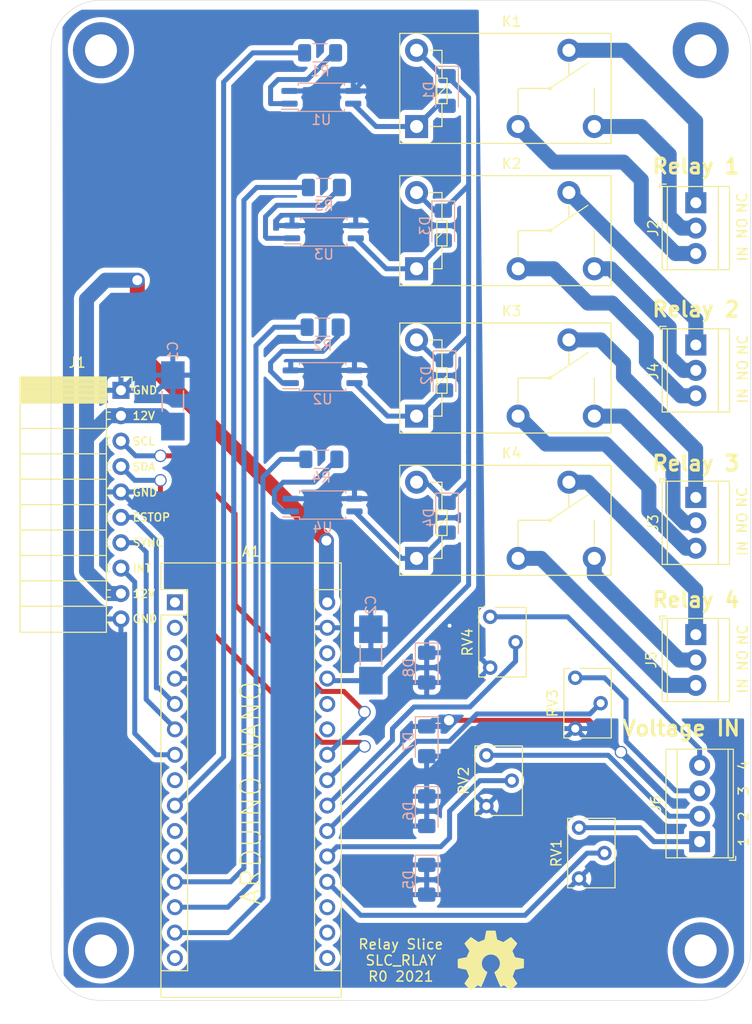
<source format=kicad_pcb>
(kicad_pcb (version 20211014) (generator pcbnew)
  (layers (0 "F.Cu" signal) (31 "B.Cu" signal) (34 "B.Paste" user) (35 "F.Paste" user) (36 "B.SilkS" user "B.Silkscreen") (37 "F.SilkS" user "F.Silkscreen") (38 "B.Mask" user) (39 "F.Mask" user) (44 "Edge.Cuts" user))
  (net 0 "")
  (net 3 "GND")
  (net 5 "+5V")
  (net 10 "/I2C_CLK")
  (net 12 "/I2C_DAT")
  (net 13 "/SYNC")
  (net 14 "/E_STOP")
  (net 20 "+12V")
  (net 21 "/INT")
  (net 22 "/A_IN1")
  (net 23 "/A_IN2")
  (net 24 "/A_IN3")
  (net 25 "/A_IN4")
  (net 26 "/SW1")
  (net 27 "/SW2")
  (net 28 "/SW3")
  (net 29 "/SW4")
  (net 30 "Net-(D1-Pad2)")
  (net 31 "Net-(D2-Pad2)")
  (net 32 "Net-(D3-Pad2)")
  (net 33 "Net-(D4-Pad2)")
  (net 34 "Net-(J2-Pad2)")
  (net 35 "Net-(J2-Pad1)")
  (net 36 "Net-(J3-Pad2)")
  (net 37 "Net-(J3-Pad1)")
  (net 38 "Net-(J4-Pad2)")
  (net 39 "Net-(J4-Pad1)")
  (net 40 "/F_4")
  (net 41 "/F_3")
  (net 42 "/F_2")
  (net 43 "/F_1")
  (net 44 "Net-(R1-Pad2)")
  (net 45 "Net-(R3-Pad2)")
  (net 46 "Net-(J2-Pad3)")
  (net 47 "Net-(J3-Pad3)")
  (net 48 "Net-(J4-Pad3)")
  (net 49 "Net-(J5-Pad3)")
  (net 50 "Net-(J5-Pad2)")
  (net 51 "Net-(J5-Pad1)")
  (net 52 "Net-(R2-Pad2)")
  (net 53 "Net-(R4-Pad2)")
  (footprint "MountingHole:MountingHole_3.2mm_M3_DIN965_Pad" (layer "F.Cu") (at 127.6 44.8)
    (fp_text reference "H1" hide)
    (fp_text value "MountingHole")
    (pad "1" thru_hole circle locked (at 0 0) (size 5.6 5.6) (drill 3.2) (layers *.Cu *.Mask))
  )
  (footprint "MountingHole:MountingHole_3.2mm_M3_DIN965_Pad" (layer "F.Cu") (at 187.6 44.8)
    (fp_text reference "H2" hide)
    (fp_text value "MountingHole")
    (pad "1" thru_hole circle locked (at 0 0) (size 5.6 5.6) (drill 3.2) (layers *.Cu *.Mask))
  )
  (footprint "MountingHole:MountingHole_3.2mm_M3_DIN965_Pad" (layer "F.Cu") (at 127.6 134.8)
    (fp_text reference "H3" hide)
    (fp_text value "MountingHole")
    (pad "1" thru_hole circle locked (at 0 0) (size 5.6 5.6) (drill 3.2) (layers *.Cu *.Mask))
  )
  (footprint "MountingHole:MountingHole_3.2mm_M3_DIN965_Pad" (layer "F.Cu") (at 187.6 134.8)
    (fp_text reference "H4" hide)
    (fp_text value "MountingHole")
    (pad "1" thru_hole circle locked (at 0 0) (size 5.6 5.6) (drill 3.2) (layers *.Cu *.Mask))
  )
  (footprint "Module:Arduino_Nano" (layer "F.Cu") (at 135 100)
    (fp_text reference "A1" (at 7.62 -5.08) (layer "F.SilkS"))
    (fp_text value "Arduino_Nano_v3.x")
    (pad "1" thru_hole rect locked (at 0 0) (size 1.6 1.6) (drill 1) (layers *.Cu *.Mask))
    (pad "2" thru_hole oval locked (at 0 2.54) (size 1.6 1.6) (drill 1) (layers *.Cu *.Mask))
    (pad "3" thru_hole oval locked (at 0 5.08) (size 1.6 1.6) (drill 1) (layers *.Cu *.Mask))
    (pad "4" thru_hole oval locked (at 0 7.62) (size 1.6 1.6) (drill 1) (layers *.Cu *.Mask) (net 3 "GND"))
    (pad "5" thru_hole oval locked (at 0 10.16) (size 1.6 1.6) (drill 1) (layers *.Cu *.Mask) (net 14 "/E_STOP"))
    (pad "6" thru_hole oval locked (at 0 12.7) (size 1.6 1.6) (drill 1) (layers *.Cu *.Mask) (net 21 "/INT"))
    (pad "7" thru_hole oval locked (at 0 15.24) (size 1.6 1.6) (drill 1) (layers *.Cu *.Mask) (net 13 "/SYNC"))
    (pad "8" thru_hole oval locked (at 0 17.78) (size 1.6 1.6) (drill 1) (layers *.Cu *.Mask))
    (pad "9" thru_hole oval locked (at 0 20.32) (size 1.6 1.6) (drill 1) (layers *.Cu *.Mask) (net 26 "/SW1"))
    (pad "10" thru_hole oval locked (at 0 22.86) (size 1.6 1.6) (drill 1) (layers *.Cu *.Mask))
    (pad "11" thru_hole oval locked (at 0 25.4) (size 1.6 1.6) (drill 1) (layers *.Cu *.Mask))
    (pad "12" thru_hole oval locked (at 0 27.94) (size 1.6 1.6) (drill 1) (layers *.Cu *.Mask) (net 27 "/SW2"))
    (pad "13" thru_hole oval locked (at 0 30.48) (size 1.6 1.6) (drill 1) (layers *.Cu *.Mask) (net 28 "/SW3"))
    (pad "14" thru_hole oval locked (at 0 33.02) (size 1.6 1.6) (drill 1) (layers *.Cu *.Mask) (net 29 "/SW4"))
    (pad "15" thru_hole oval locked (at 0 35.56) (size 1.6 1.6) (drill 1) (layers *.Cu *.Mask))
    (pad "16" thru_hole oval locked (at 15.24 35.56) (size 1.6 1.6) (drill 1) (layers *.Cu *.Mask))
    (pad "17" thru_hole oval locked (at 15.24 33.02) (size 1.6 1.6) (drill 1) (layers *.Cu *.Mask))
    (pad "18" thru_hole oval locked (at 15.24 30.48) (size 1.6 1.6) (drill 1) (layers *.Cu *.Mask))
    (pad "19" thru_hole oval locked (at 15.24 27.94) (size 1.6 1.6) (drill 1) (layers *.Cu *.Mask) (net 22 "/A_IN1"))
    (pad "20" thru_hole oval locked (at 15.24 25.4) (size 1.6 1.6) (drill 1) (layers *.Cu *.Mask) (net 23 "/A_IN2"))
    (pad "21" thru_hole oval locked (at 15.24 22.86) (size 1.6 1.6) (drill 1) (layers *.Cu *.Mask) (net 24 "/A_IN3"))
    (pad "22" thru_hole oval locked (at 15.24 20.32) (size 1.6 1.6) (drill 1) (layers *.Cu *.Mask) (net 25 "/A_IN4"))
    (pad "23" thru_hole oval locked (at 15.24 17.78) (size 1.6 1.6) (drill 1) (layers *.Cu *.Mask) (net 12 "/I2C_DAT"))
    (pad "24" thru_hole oval locked (at 15.24 15.24) (size 1.6 1.6) (drill 1) (layers *.Cu *.Mask) (net 10 "/I2C_CLK"))
    (pad "25" thru_hole oval locked (at 15.24 12.7) (size 1.6 1.6) (drill 1) (layers *.Cu *.Mask))
    (pad "26" thru_hole oval locked (at 15.24 10.16) (size 1.6 1.6) (drill 1) (layers *.Cu *.Mask))
    (pad "27" thru_hole oval locked (at 15.24 7.62) (size 1.6 1.6) (drill 1) (layers *.Cu *.Mask) (net 5 "+5V"))
    (pad "28" thru_hole oval locked (at 15.24 5.08) (size 1.6 1.6) (drill 1) (layers *.Cu *.Mask))
    (pad "29" thru_hole oval locked (at 15.24 2.54) (size 1.6 1.6) (drill 1) (layers *.Cu *.Mask) (net 3 "GND"))
    (pad "30" thru_hole oval locked (at 15.24 0) (size 1.6 1.6) (drill 1) (layers *.Cu *.Mask) (net 20 "+12V"))
  )
  (footprint "Connector_PinSocket_2.54mm:PinSocket_1x10_P2.54mm_Horizontal" (layer "F.Cu") (at 129.6 78.8)
    (fp_text reference "J1" (at -4.38 -2.77) (layer "F.SilkS"))
    (fp_text value "Conn_01x10_Female")
    (pad "1" thru_hole rect locked (at 0 0) (size 1.7 1.7) (drill 1) (layers *.Cu *.Mask) (net 3 "GND"))
    (pad "2" thru_hole oval locked (at 0 2.54) (size 1.7 1.7) (drill 1) (layers *.Cu *.Mask) (net 20 "+12V"))
    (pad "3" thru_hole oval locked (at 0 5.08) (size 1.7 1.7) (drill 1) (layers *.Cu *.Mask) (net 10 "/I2C_CLK"))
    (pad "4" thru_hole oval locked (at 0 7.62) (size 1.7 1.7) (drill 1) (layers *.Cu *.Mask) (net 12 "/I2C_DAT"))
    (pad "5" thru_hole oval locked (at 0 10.16) (size 1.7 1.7) (drill 1) (layers *.Cu *.Mask) (net 3 "GND"))
    (pad "6" thru_hole oval locked (at 0 12.7) (size 1.7 1.7) (drill 1) (layers *.Cu *.Mask) (net 14 "/E_STOP"))
    (pad "7" thru_hole oval locked (at 0 15.24) (size 1.7 1.7) (drill 1) (layers *.Cu *.Mask) (net 21 "/INT"))
    (pad "8" thru_hole oval locked (at 0 17.78) (size 1.7 1.7) (drill 1) (layers *.Cu *.Mask) (net 13 "/SYNC"))
    (pad "9" thru_hole oval locked (at 0 20.32) (size 1.7 1.7) (drill 1) (layers *.Cu *.Mask) (net 20 "+12V"))
    (pad "10" thru_hole oval locked (at 0 22.86) (size 1.7 1.7) (drill 1) (layers *.Cu *.Mask) (net 3 "GND"))
  )
  (footprint "Symbol:OSHW-Symbol_6.7x6mm_SilkScreen" (layer "F.Cu") (at 166.6 135.8)
    (fp_text reference "Logo1" hide)
    (fp_text value "Logo_Open_Hardware_Small" hide)
  )
  (footprint "TerminalBlock_TE-Connectivity:TerminalBlock_TE_282834-3_1x03_P2.54mm_Horizontal" (layer "F.Cu") (at 187.116 60.044 -90)
    (fp_text reference "J2" (at 2.54 4.274 90) (layer "F.SilkS"))
    (fp_text value "Screw_Terminal_01x03")
    (pad "1" thru_hole rect locked (at 0 0 270) (size 2.1 2.1) (drill 1.1) (layers *.Cu *.Mask) (net 35 "Net-(J2-Pad1)"))
    (pad "2" thru_hole circle locked (at 2.54 0 270) (size 2.1 2.1) (drill 1.1) (layers *.Cu *.Mask) (net 34 "Net-(J2-Pad2)"))
    (pad "3" thru_hole circle locked (at 5.08 0 270) (size 2.1 2.1) (drill 1.1) (layers *.Cu *.Mask) (net 46 "Net-(J2-Pad3)"))
  )
  (footprint "TerminalBlock_TE-Connectivity:TerminalBlock_TE_282834-3_1x03_P2.54mm_Horizontal" (layer "F.Cu") (at 187.116 89.508 -90)
    (fp_text reference "J3" (at 2.54 4.266 90) (layer "F.SilkS"))
    (fp_text value "Screw_Terminal_01x03")
    (pad "1" thru_hole rect locked (at 0 0 270) (size 2.1 2.1) (drill 1.1) (layers *.Cu *.Mask) (net 37 "Net-(J3-Pad1)"))
    (pad "2" thru_hole circle locked (at 2.54 0 270) (size 2.1 2.1) (drill 1.1) (layers *.Cu *.Mask) (net 36 "Net-(J3-Pad2)"))
    (pad "3" thru_hole circle locked (at 5.08 0 270) (size 2.1 2.1) (drill 1.1) (layers *.Cu *.Mask) (net 47 "Net-(J3-Pad3)"))
  )
  (footprint "TerminalBlock_TE-Connectivity:TerminalBlock_TE_282834-3_1x03_P2.54mm_Horizontal" (layer "F.Cu") (at 187.116 74.268 -90)
    (fp_text reference "J4" (at 2.632 4.266 90) (layer "F.SilkS"))
    (fp_text value "Screw_Terminal_01x03")
    (pad "1" thru_hole rect locked (at 0 0 270) (size 2.1 2.1) (drill 1.1) (layers *.Cu *.Mask) (net 39 "Net-(J4-Pad1)"))
    (pad "2" thru_hole circle locked (at 2.54 0 270) (size 2.1 2.1) (drill 1.1) (layers *.Cu *.Mask) (net 38 "Net-(J4-Pad2)"))
    (pad "3" thru_hole circle locked (at 5.08 0 270) (size 2.1 2.1) (drill 1.1) (layers *.Cu *.Mask) (net 48 "Net-(J4-Pad3)"))
  )
  (footprint "TerminalBlock_TE-Connectivity:TerminalBlock_TE_282834-3_1x03_P2.54mm_Horizontal" (layer "F.Cu") (at 187.116 103.224 -90)
    (fp_text reference "J5" (at 2.526 4.466 90) (layer "F.SilkS"))
    (fp_text value "Screw_Terminal_01x03")
    (pad "1" thru_hole rect locked (at 0 0 270) (size 2.1 2.1) (drill 1.1) (layers *.Cu *.Mask) (net 51 "Net-(J5-Pad1)"))
    (pad "2" thru_hole circle locked (at 2.54 0 270) (size 2.1 2.1) (drill 1.1) (layers *.Cu *.Mask) (net 50 "Net-(J5-Pad2)"))
    (pad "3" thru_hole circle locked (at 5.08 0 270) (size 2.1 2.1) (drill 1.1) (layers *.Cu *.Mask) (net 49 "Net-(J5-Pad3)"))
  )
  (footprint "TerminalBlock_TE-Connectivity:TerminalBlock_TE_282834-4_1x04_P2.54mm_Horizontal" (layer "F.Cu") (at 187.497 123.925 90)
    (fp_text reference "J6" (at 3.81 -4.37 90) (layer "F.SilkS"))
    (fp_text value "Screw_Terminal_01x04")
    (pad "1" thru_hole rect locked (at 0 0 90) (size 2.1 2.1) (drill 1.1) (layers *.Cu *.Mask) (net 43 "/F_1"))
    (pad "2" thru_hole circle locked (at 2.54 0 90) (size 2.1 2.1) (drill 1.1) (layers *.Cu *.Mask) (net 42 "/F_2"))
    (pad "3" thru_hole circle locked (at 5.08 0 90) (size 2.1 2.1) (drill 1.1) (layers *.Cu *.Mask) (net 41 "/F_3"))
    (pad "4" thru_hole circle locked (at 7.62 0 90) (size 2.1 2.1) (drill 1.1) (layers *.Cu *.Mask) (net 40 "/F_4"))
  )
  (footprint "Relay_THT:Relay_SPDT_Omron-G5Q-1" (layer "F.Cu") (at 159.176 52.424)
    (fp_text reference "K1" (at 9.5 -10.5 180) (layer "F.SilkS"))
    (fp_text value "G5Q-1")
    (pad "1" thru_hole rect locked (at 0 0 180) (size 2.3 2.3) (drill 1.3) (layers *.Cu *.Mask) (net 30 "Net-(D1-Pad2)"))
    (pad "2" thru_hole circle locked (at 10.16 0 180) (size 2.3 2.3) (drill 1.3) (layers *.Cu *.Mask) (net 46 "Net-(J2-Pad3)"))
    (pad "3" thru_hole circle locked (at 17.78 0 180) (size 2.3 2.3) (drill 1.3) (layers *.Cu *.Mask) (net 34 "Net-(J2-Pad2)"))
    (pad "4" thru_hole circle locked (at 15.24 -7.62 180) (size 2.3 2.3) (drill 1.3) (layers *.Cu *.Mask) (net 35 "Net-(J2-Pad1)"))
    (pad "5" thru_hole circle locked (at 0 -7.62 180) (size 2.3 2.3) (drill 1.3) (layers *.Cu *.Mask) (net 5 "+5V"))
  )
  (footprint "Relay_THT:Relay_SPDT_Omron-G5Q-1" (layer "F.Cu") (at 159.176 66.648)
    (fp_text reference "K2" (at 9.5 -10.5 180) (layer "F.SilkS"))
    (fp_text value "G5Q-1")
    (pad "1" thru_hole rect locked (at 0 0 180) (size 2.3 2.3) (drill 1.3) (layers *.Cu *.Mask) (net 32 "Net-(D3-Pad2)"))
    (pad "2" thru_hole circle locked (at 10.16 0 180) (size 2.3 2.3) (drill 1.3) (layers *.Cu *.Mask) (net 48 "Net-(J4-Pad3)"))
    (pad "3" thru_hole circle locked (at 17.78 0 180) (size 2.3 2.3) (drill 1.3) (layers *.Cu *.Mask) (net 38 "Net-(J4-Pad2)"))
    (pad "4" thru_hole circle locked (at 15.24 -7.62 180) (size 2.3 2.3) (drill 1.3) (layers *.Cu *.Mask) (net 39 "Net-(J4-Pad1)"))
    (pad "5" thru_hole circle locked (at 0 -7.62 180) (size 2.3 2.3) (drill 1.3) (layers *.Cu *.Mask) (net 5 "+5V"))
  )
  (footprint "Relay_THT:Relay_SPDT_Omron-G5Q-1" (layer "F.Cu") (at 159.176 81.38)
    (fp_text reference "K3" (at 9.5 -10.5 180) (layer "F.SilkS"))
    (fp_text value "G5Q-1")
    (pad "1" thru_hole rect locked (at 0 0 180) (size 2.3 2.3) (drill 1.3) (layers *.Cu *.Mask) (net 31 "Net-(D2-Pad2)"))
    (pad "2" thru_hole circle locked (at 10.16 0 180) (size 2.3 2.3) (drill 1.3) (layers *.Cu *.Mask) (net 47 "Net-(J3-Pad3)"))
    (pad "3" thru_hole circle locked (at 17.78 0 180) (size 2.3 2.3) (drill 1.3) (layers *.Cu *.Mask) (net 36 "Net-(J3-Pad2)"))
    (pad "4" thru_hole circle locked (at 15.24 -7.62 180) (size 2.3 2.3) (drill 1.3) (layers *.Cu *.Mask) (net 37 "Net-(J3-Pad1)"))
    (pad "5" thru_hole circle locked (at 0 -7.62 180) (size 2.3 2.3) (drill 1.3) (layers *.Cu *.Mask) (net 5 "+5V"))
  )
  (footprint "Relay_THT:Relay_SPDT_Omron-G5Q-1" (layer "F.Cu") (at 159.176 95.604)
    (fp_text reference "K4" (at 9.5 -10.5 180) (layer "F.SilkS"))
    (fp_text value "G5Q-1")
    (pad "1" thru_hole rect locked (at 0 0 180) (size 2.3 2.3) (drill 1.3) (layers *.Cu *.Mask) (net 33 "Net-(D4-Pad2)"))
    (pad "2" thru_hole circle locked (at 10.16 0 180) (size 2.3 2.3) (drill 1.3) (layers *.Cu *.Mask) (net 49 "Net-(J5-Pad3)"))
    (pad "3" thru_hole circle locked (at 17.78 0 180) (size 2.3 2.3) (drill 1.3) (layers *.Cu *.Mask) (net 50 "Net-(J5-Pad2)"))
    (pad "4" thru_hole circle locked (at 15.24 -7.62 180) (size 2.3 2.3) (drill 1.3) (layers *.Cu *.Mask) (net 51 "Net-(J5-Pad1)"))
    (pad "5" thru_hole circle locked (at 0 -7.62 180) (size 2.3 2.3) (drill 1.3) (layers *.Cu *.Mask) (net 5 "+5V"))
  )
  (footprint "Potentiometer_THT:Potentiometer_Bourns_3266W_Vertical" (layer "F.Cu") (at 175.432 122.528 90)
    (fp_text reference "RV1" (at -2.54 -2.27 90) (layer "F.SilkS"))
    (fp_text value "10k")
    (pad "1" thru_hole circle locked (at 0 0 90) (size 1.44 1.44) (drill 0.8) (layers *.Cu *.Mask) (net 43 "/F_1"))
    (pad "2" thru_hole circle locked (at -2.54 2.54 90) (size 1.44 1.44) (drill 0.8) (layers *.Cu *.Mask) (net 22 "/A_IN1"))
    (pad "3" thru_hole circle locked (at -5.08 0 90) (size 1.44 1.44) (drill 0.8) (layers *.Cu *.Mask) (net 3 "GND"))
  )
  (footprint "Potentiometer_THT:Potentiometer_Bourns_3266W_Vertical" (layer "F.Cu") (at 166.161 115.289 90)
    (fp_text reference "RV2" (at -2.54 -2.27 90) (layer "F.SilkS"))
    (fp_text value "10k")
    (pad "1" thru_hole circle locked (at 0 0 90) (size 1.44 1.44) (drill 0.8) (layers *.Cu *.Mask) (net 42 "/F_2"))
    (pad "2" thru_hole circle locked (at -2.54 2.54 90) (size 1.44 1.44) (drill 0.8) (layers *.Cu *.Mask) (net 23 "/A_IN2"))
    (pad "3" thru_hole circle locked (at -5.08 0 90) (size 1.44 1.44) (drill 0.8) (layers *.Cu *.Mask) (net 3 "GND"))
  )
  (footprint "Potentiometer_THT:Potentiometer_Bourns_3266W_Vertical" (layer "F.Cu") (at 175.051 107.542 90)
    (fp_text reference "RV3" (at -2.54 -2.27 90) (layer "F.SilkS"))
    (fp_text value "10k")
    (pad "1" thru_hole circle locked (at 0 0 90) (size 1.44 1.44) (drill 0.8) (layers *.Cu *.Mask) (net 41 "/F_3"))
    (pad "2" thru_hole circle locked (at -2.54 2.54 90) (size 1.44 1.44) (drill 0.8) (layers *.Cu *.Mask) (net 24 "/A_IN3"))
    (pad "3" thru_hole circle locked (at -5.08 0 90) (size 1.44 1.44) (drill 0.8) (layers *.Cu *.Mask) (net 3 "GND"))
  )
  (footprint "Potentiometer_THT:Potentiometer_Bourns_3266W_Vertical" (layer "F.Cu") (at 166.542 101.446 90)
    (fp_text reference "RV4" (at -2.54 -2.27 90) (layer "F.SilkS"))
    (fp_text value "10k")
    (pad "1" thru_hole circle locked (at 0 0 90) (size 1.44 1.44) (drill 0.8) (layers *.Cu *.Mask) (net 40 "/F_4"))
    (pad "2" thru_hole circle locked (at -2.54 2.54 90) (size 1.44 1.44) (drill 0.8) (layers *.Cu *.Mask) (net 25 "/A_IN4"))
    (pad "3" thru_hole circle locked (at -5.08 0 90) (size 1.44 1.44) (drill 0.8) (layers *.Cu *.Mask) (net 3 "GND"))
  )
  (footprint "OCI_UPL_FOOTPRINTS:C_2312" (layer "B.Cu") (at 154.604 105.256 90)
    (fp_text reference "C2" (at 5 0 270) (layer "B.SilkS") (effects (justify mirror)))
    (fp_text value "10uF_t")
    (pad "1" smd rect locked (at -2.57 0 90) (size 2.77 2.35) (layers "B.Cu" "B.Paste" "B.Mask") (net 5 "+5V"))
    (pad "2" smd rect locked (at 2.57 0 90) (size 2.77 2.35) (layers "B.Cu" "B.Paste" "B.Mask") (net 3 "GND"))
  )
  (footprint "OCI_UPL_FOOTPRINTS:C_2312" (layer "B.Cu") (at 134.792 79.856 90)
    (fp_text reference "C1" (at 5 0 270) (layer "B.SilkS") (effects (justify mirror)))
    (fp_text value "10uF_t")
    (pad "1" smd rect locked (at -2.57 0 90) (size 2.77 2.35) (layers "B.Cu" "B.Paste" "B.Mask") (net 20 "+12V"))
    (pad "2" smd rect locked (at 2.57 0 90) (size 2.77 2.35) (layers "B.Cu" "B.Paste" "B.Mask") (net 3 "GND"))
  )
  (footprint "Diode_SMD:D_1206_3216Metric_Pad1.42x1.75mm_HandSolder" (layer "B.Cu") (at 162.224 48.868 -90)
    (fp_text reference "D1" (at 0 1.82 -90) (layer "B.SilkS") (effects (justify mirror)))
    (fp_text value "D")
    (pad "1" smd roundrect locked (at -1.4875 0 270) (size 1.425 1.75) (layers "B.Cu" "B.Paste" "B.Mask") (roundrect_rratio 0.1754385965) (net 5 "+5V"))
    (pad "2" smd roundrect locked (at 1.4875 0 270) (size 1.425 1.75) (layers "B.Cu" "B.Paste" "B.Mask") (roundrect_rratio 0.1754385965) (net 30 "Net-(D1-Pad2)"))
  )
  (footprint "Diode_SMD:D_1206_3216Metric_Pad1.42x1.75mm_HandSolder" (layer "B.Cu") (at 161.97 77.316 -90)
    (fp_text reference "D2" (at 0 1.82 -90) (layer "B.SilkS") (effects (justify mirror)))
    (fp_text value "D")
    (pad "1" smd roundrect locked (at -1.4875 0 270) (size 1.425 1.75) (layers "B.Cu" "B.Paste" "B.Mask") (roundrect_rratio 0.1754385965) (net 5 "+5V"))
    (pad "2" smd roundrect locked (at 1.4875 0 270) (size 1.425 1.75) (layers "B.Cu" "B.Paste" "B.Mask") (roundrect_rratio 0.1754385965) (net 31 "Net-(D2-Pad2)"))
  )
  (footprint "Diode_SMD:D_1206_3216Metric_Pad1.42x1.75mm_HandSolder" (layer "B.Cu") (at 161.843 62.33 -90)
    (fp_text reference "D3" (at 0 1.82 -90) (layer "B.SilkS") (effects (justify mirror)))
    (fp_text value "D")
    (pad "1" smd roundrect locked (at -1.4875 0 270) (size 1.425 1.75) (layers "B.Cu" "B.Paste" "B.Mask") (roundrect_rratio 0.1754385965) (net 5 "+5V"))
    (pad "2" smd roundrect locked (at 1.4875 0 270) (size 1.425 1.75) (layers "B.Cu" "B.Paste" "B.Mask") (roundrect_rratio 0.1754385965) (net 32 "Net-(D3-Pad2)"))
  )
  (footprint "Diode_SMD:D_1206_3216Metric_Pad1.42x1.75mm_HandSolder" (layer "B.Cu") (at 162.224 91.54 -90)
    (fp_text reference "D4" (at 0 1.82 -90) (layer "B.SilkS") (effects (justify mirror)))
    (fp_text value "D")
    (pad "1" smd roundrect locked (at -1.4875 0 270) (size 1.425 1.75) (layers "B.Cu" "B.Paste" "B.Mask") (roundrect_rratio 0.1754385965) (net 5 "+5V"))
    (pad "2" smd roundrect locked (at 1.4875 0 270) (size 1.425 1.75) (layers "B.Cu" "B.Paste" "B.Mask") (roundrect_rratio 0.1754385965) (net 33 "Net-(D4-Pad2)"))
  )
  (footprint "Diode_SMD:D_1206_3216Metric_Pad1.42x1.75mm_HandSolder" (layer "B.Cu") (at 160.192 127.735 -90)
    (fp_text reference "D5" (at 0 1.82 90) (layer "B.SilkS") (effects (justify mirror)))
    (fp_text value "D_Zener")
    (pad "1" smd roundrect locked (at -1.4875 0 270) (size 1.425 1.75) (layers "B.Cu" "B.Paste" "B.Mask") (roundrect_rratio 0.1754385965) (net 3 "GND"))
    (pad "2" smd roundrect locked (at 1.4875 0 270) (size 1.425 1.75) (layers "B.Cu" "B.Paste" "B.Mask") (roundrect_rratio 0.1754385965) (net 3 "GND"))
  )
  (footprint "Diode_SMD:D_1206_3216Metric_Pad1.42x1.75mm_HandSolder" (layer "B.Cu") (at 160.192 120.877 -90)
    (fp_text reference "D6" (at 0 1.82 90) (layer "B.SilkS") (effects (justify mirror)))
    (fp_text value "D_Zener")
    (pad "1" smd roundrect locked (at -1.4875 0 270) (size 1.425 1.75) (layers "B.Cu" "B.Paste" "B.Mask") (roundrect_rratio 0.1754385965) (net 3 "GND"))
    (pad "2" smd roundrect locked (at 1.4875 0 270) (size 1.425 1.75) (layers "B.Cu" "B.Paste" "B.Mask") (roundrect_rratio 0.1754385965) (net 3 "GND"))
  )
  (footprint "Diode_SMD:D_1206_3216Metric_Pad1.42x1.75mm_HandSolder" (layer "B.Cu") (at 160.192 113.892 -90)
    (fp_text reference "D7" (at 0 1.82 90) (layer "B.SilkS") (effects (justify mirror)))
    (fp_text value "D_Zener")
    (pad "1" smd roundrect locked (at -1.4875 0 270) (size 1.425 1.75) (layers "B.Cu" "B.Paste" "B.Mask") (roundrect_rratio 0.1754385965) (net 3 "GND"))
    (pad "2" smd roundrect locked (at 1.4875 0 270) (size 1.425 1.75) (layers "B.Cu" "B.Paste" "B.Mask") (roundrect_rratio 0.1754385965) (net 3 "GND"))
  )
  (footprint "Diode_SMD:D_1206_3216Metric_Pad1.42x1.75mm_HandSolder" (layer "B.Cu") (at 160.192 106.526 -90)
    (fp_text reference "D8" (at 0 1.82 90) (layer "B.SilkS") (effects (justify mirror)))
    (fp_text value "D_Zener")
    (pad "1" smd roundrect locked (at -1.4875 0 270) (size 1.425 1.75) (layers "B.Cu" "B.Paste" "B.Mask") (roundrect_rratio 0.1754385965) (net 3 "GND"))
    (pad "2" smd roundrect locked (at 1.4875 0 270) (size 1.425 1.75) (layers "B.Cu" "B.Paste" "B.Mask") (roundrect_rratio 0.1754385965) (net 3 "GND"))
  )
  (footprint "Resistor_SMD:R_1206_3216Metric_Pad1.30x1.75mm_HandSolder" (layer "B.Cu") (at 149.524 45.058)
    (fp_text reference "R1" (at 0 1.82 180) (layer "B.SilkS") (effects (justify mirror)))
    (fp_text value "1k")
    (pad "1" smd roundrect locked (at -1.55 0) (size 1.3 1.75) (layers "B.Cu" "B.Paste" "B.Mask") (roundrect_rratio 0.1923076923) (net 26 "/SW1"))
    (pad "2" smd roundrect locked (at 1.55 0) (size 1.3 1.75) (layers "B.Cu" "B.Paste" "B.Mask") (roundrect_rratio 0.1923076923) (net 44 "Net-(R1-Pad2)"))
  )
  (footprint "Resistor_SMD:R_1206_3216Metric_Pad1.30x1.75mm_HandSolder" (layer "B.Cu") (at 149.778 72.49)
    (fp_text reference "R2" (at 0 1.82 180) (layer "B.SilkS") (effects (justify mirror)))
    (fp_text value "1k")
    (pad "1" smd roundrect locked (at -1.55 0) (size 1.3 1.75) (layers "B.Cu" "B.Paste" "B.Mask") (roundrect_rratio 0.1923076923) (net 28 "/SW3"))
    (pad "2" smd roundrect locked (at 1.55 0) (size 1.3 1.75) (layers "B.Cu" "B.Paste" "B.Mask") (roundrect_rratio 0.1923076923) (net 52 "Net-(R2-Pad2)"))
  )
  (footprint "Resistor_SMD:R_1206_3216Metric_Pad1.30x1.75mm_HandSolder" (layer "B.Cu") (at 149.905 58.52)
    (fp_text reference "R3" (at 0 1.82 180) (layer "B.SilkS") (effects (justify mirror)))
    (fp_text value "1k")
    (pad "1" smd roundrect locked (at -1.55 0) (size 1.3 1.75) (layers "B.Cu" "B.Paste" "B.Mask") (roundrect_rratio 0.1923076923) (net 27 "/SW2"))
    (pad "2" smd roundrect locked (at 1.55 0) (size 1.3 1.75) (layers "B.Cu" "B.Paste" "B.Mask") (roundrect_rratio 0.1923076923) (net 45 "Net-(R3-Pad2)"))
  )
  (footprint "Resistor_SMD:R_1206_3216Metric_Pad1.30x1.75mm_HandSolder" (layer "B.Cu") (at 149.651 85.698)
    (fp_text reference "R4" (at 0 1.82 180) (layer "B.SilkS") (effects (justify mirror)))
    (fp_text value "1k")
    (pad "1" smd roundrect locked (at -1.55 0) (size 1.3 1.75) (layers "B.Cu" "B.Paste" "B.Mask") (roundrect_rratio 0.1923076923) (net 29 "/SW4"))
    (pad "2" smd roundrect locked (at 1.55 0) (size 1.3 1.75) (layers "B.Cu" "B.Paste" "B.Mask") (roundrect_rratio 0.1923076923) (net 53 "Net-(R4-Pad2)"))
  )
  (footprint "Package_SO:SOP-4_4.4x2.6mm_P1.27mm" (layer "B.Cu") (at 149.651 49.503)
    (fp_text reference "U1" (at 0 2.25 180) (layer "B.SilkS") (effects (justify mirror)))
    (fp_text value "TCMT1100")
    (pad "1" smd roundrect locked (at -3.1875 0.635) (size 1.625 0.6) (layers "B.Cu" "B.Paste" "B.Mask") (net 44 "Net-(R1-Pad2)"))
    (pad "2" smd roundrect locked (at -3.1875 -0.635) (size 1.625 0.6) (layers "B.Cu" "B.Paste" "B.Mask") (net 3 "GND"))
    (pad "3" smd roundrect locked (at 3.1875 -0.635) (size 1.625 0.6) (layers "B.Cu" "B.Paste" "B.Mask") (net 3 "GND"))
    (pad "4" smd roundrect locked (at 3.1875 0.635) (size 1.625 0.6) (layers "B.Cu" "B.Paste" "B.Mask") (net 30 "Net-(D1-Pad2)"))
  )
  (footprint "Package_SO:SOP-4_4.4x2.6mm_P1.27mm" (layer "B.Cu") (at 149.778 77.443)
    (fp_text reference "U2" (at 0 2.25 180) (layer "B.SilkS") (effects (justify mirror)))
    (fp_text value "TCMT1100")
    (pad "1" smd roundrect locked (at -3.1875 0.635) (size 1.625 0.6) (layers "B.Cu" "B.Paste" "B.Mask") (net 52 "Net-(R2-Pad2)"))
    (pad "2" smd roundrect locked (at -3.1875 -0.635) (size 1.625 0.6) (layers "B.Cu" "B.Paste" "B.Mask") (net 3 "GND"))
    (pad "3" smd roundrect locked (at 3.1875 -0.635) (size 1.625 0.6) (layers "B.Cu" "B.Paste" "B.Mask") (net 3 "GND"))
    (pad "4" smd roundrect locked (at 3.1875 0.635) (size 1.625 0.6) (layers "B.Cu" "B.Paste" "B.Mask") (net 31 "Net-(D2-Pad2)"))
  )
  (footprint "Package_SO:SOP-4_4.4x2.6mm_P1.27mm" (layer "B.Cu") (at 149.905 62.965)
    (fp_text reference "U3" (at 0 2.25 180) (layer "B.SilkS") (effects (justify mirror)))
    (fp_text value "TCMT1100")
    (pad "1" smd roundrect locked (at -3.1875 0.635) (size 1.625 0.6) (layers "B.Cu" "B.Paste" "B.Mask") (net 45 "Net-(R3-Pad2)"))
    (pad "2" smd roundrect locked (at -3.1875 -0.635) (size 1.625 0.6) (layers "B.Cu" "B.Paste" "B.Mask") (net 3 "GND"))
    (pad "3" smd roundrect locked (at 3.1875 -0.635) (size 1.625 0.6) (layers "B.Cu" "B.Paste" "B.Mask") (net 3 "GND"))
    (pad "4" smd roundrect locked (at 3.1875 0.635) (size 1.625 0.6) (layers "B.Cu" "B.Paste" "B.Mask") (net 32 "Net-(D3-Pad2)"))
  )
  (footprint "Package_SO:SOP-4_4.4x2.6mm_P1.27mm" (layer "B.Cu") (at 149.778 90.27)
    (fp_text reference "U4" (at 0 2.25 180) (layer "B.SilkS") (effects (justify mirror)))
    (fp_text value "TCMT1100")
    (pad "1" smd roundrect locked (at -3.1875 0.635) (size 1.625 0.6) (layers "B.Cu" "B.Paste" "B.Mask") (net 53 "Net-(R4-Pad2)"))
    (pad "2" smd roundrect locked (at -3.1875 -0.635) (size 1.625 0.6) (layers "B.Cu" "B.Paste" "B.Mask") (net 3 "GND"))
    (pad "3" smd roundrect locked (at 3.1875 -0.635) (size 1.625 0.6) (layers "B.Cu" "B.Paste" "B.Mask") (net 3 "GND"))
    (pad "4" smd roundrect locked (at 3.1875 0.635) (size 1.625 0.6) (layers "B.Cu" "B.Paste" "B.Mask") (net 33 "Net-(D4-Pad2)"))
  )
  (gr_line (start 192.6 44.8) (end 192.6 134.8) (layer "Edge.Cuts") (width 0.05))
  (gr_arc (start 192.6 134.8) (mid 191.135534 138.335534) (end 187.6 139.8) (layer "Edge.Cuts") (width 0.05))
  (gr_line (start 127.6 39.8) (end 187.6 39.8) (layer "Edge.Cuts") (width 0.05))
  (gr_line (start 122.6 134.8) (end 122.6 44.8) (layer "Edge.Cuts") (width 0.05))
  (gr_arc (start 127.6 139.8) (mid 124.064466 138.335534) (end 122.6 134.8) (layer "Edge.Cuts") (width 0.05))
  (gr_arc (start 122.6 44.8) (mid 124.064466 41.264466) (end 127.6 39.8) (layer "Edge.Cuts") (width 0.05))
  (gr_line (start 127.6 139.8) (end 187.6 139.8) (layer "Edge.Cuts") (width 0.05))
  (gr_arc (start 187.6 39.8) (mid 191.135534 41.264466) (end 192.6 44.8) (layer "Edge.Cuts") (width 0.05))
  (gr_text "NO" (at 191.8 105.8 90) (layer "F.SilkS") (effects (font (size 1 1))))
  (gr_text "ESTOP" (at 132.647619 91.5) (layer "F.SilkS") (effects (font (size 0.8 0.8))))
  (gr_text "IN" (at 191.8 94.6 90) (layer "F.SilkS") (effects (font (size 1 1))))
  (gr_text "IN" (at 191.8 65.15 90) (layer "F.SilkS") (effects (font (size 1 1))))
  (gr_text "GND" (at 132 89) (layer "F.SilkS") (effects (font (size 0.8 0.8))))
  (gr_text "GND" (at 132 78.8) (layer "F.SilkS") (effects (font (size 0.8 0.8))))
  (gr_text "NO" (at 191.8 76.8 90) (layer "F.SilkS") (effects (font (size 1 1))))
  (gr_text "Relay 3" (at 187.116 86.1) (layer "F.SilkS") (effects (font (size 1.5 1.5) (thickness 0.3))))
  (gr_text "INT" (at 131.695238 96.6) (layer "F.SilkS") (effects (font (size 0.8 0.8))))
  (gr_text "1" (at 191.9 123.925001 90) (layer "F.SilkS") (effects (font (size 1 1))))
  (gr_text "3" (at 191.9 118.845001 90) (layer "F.SilkS") (effects (font (size 1 1))))
  (gr_text "SCL" (at 131.885715 83.9) (layer "F.SilkS") (effects (font (size 0.8 0.8))))
  (gr_text "12V" (at 131.885715 99.15) (layer "F.SilkS") (effects (font (size 0.8 0.8))))
  (gr_text "Relay 1" (at 187.116 56.4) (layer "F.SilkS") (effects (font (size 1.5 1.5) (thickness 0.3))))
  (gr_text "NC" (at 191.75 60.05 90) (layer "F.SilkS") (effects (font (size 1 1))))
  (gr_text "Relay Slice\nSLC_RLAY\nR0 2021" (at 157.599999 135.8) (layer "F.SilkS") (effects (font (size 1 1))))
  (gr_text "NC" (at 191.8 103.25 90) (layer "F.SilkS") (effects (font (size 1 1))))
  (gr_text "NO" (at 191.75 92.05 90) (layer "F.SilkS") (effects (font (size 1 1))))
  (gr_text "4" (at 191.9 116.305001 90) (layer "F.SilkS") (effects (font (size 1 1))))
  (gr_text "Relay 4" (at 187.116 99.75) (layer "F.SilkS") (effects (font (size 1.5 1.5) (thickness 0.3))))
  (gr_text "ARDUINO NANO" (at 142.61 119.05 90) (layer "F.SilkS") (effects (font (size 2 2))))
  (gr_text "NC" (at 191.75 89.5 90) (layer "F.SilkS") (effects (font (size 1 1))))
  (gr_text "Relay 2" (at 187.116 70.7) (layer "F.SilkS") (effects (font (size 1.5 1.5) (thickness 0.3))))
  (gr_text "IN" (at 191.8 79.35 90) (layer "F.SilkS") (effects (font (size 1 1))))
  (gr_text "SDA" (at 131.904762 86.45) (layer "F.SilkS") (effects (font (size 0.8 0.8))))
  (gr_text "IN" (at 191.8 108.35 90) (layer "F.SilkS") (effects (font (size 1 1))))
  (gr_text "GND" (at 132 101.65) (layer "F.SilkS") (effects (font (size 0.8 0.8))))
  (gr_text "12V" (at 131.885715 81.35) (layer "F.SilkS") (effects (font (size 0.8 0.8))))
  (gr_text "SYNC" (at 132.32381 94.05) (layer "F.SilkS") (effects (font (size 0.8 0.8))))
  (gr_text "NO" (at 191.75 62.6 90) (layer "F.SilkS") (effects (font (size 1 1))))
  (gr_text "2" (at 191.9 121.385001 90) (layer "F.SilkS") (effects (font (size 1 1))))
  (gr_text "NC" (at 191.8 74.25 90) (layer "F.SilkS") (effects (font (size 1 1))))
  (gr_text "Voltage IN" (at 185.65 112.6) (layer "F.SilkS") (effects (font (size 1.5 1.5) (thickness 0.3))))
  (segment (start 176.448 111.7965) (end 162.4145 111.7965) (width 0.5) (layer "F.Cu") (net 3))
  (segment (start 179.623 114.9715) (end 176.448 111.7965) (width 0.5) (layer "F.Cu") (net 3))
  (via (at 162.4145 111.7965) (size 1.25) (drill 1) (layers "F.Cu" "B.Cu") (net 3))
  (via (at 162.478 102.335) (size 0.8) (drill 0.4) (layers "F.Cu" "B.Cu") (net 3))
  (via (at 179.623 114.9715) (size 1.25) (drill 1) (layers "F.Cu" "B.Cu") (net 3))
  (segment (start 160.192 117.167962) (end 160.192 117.448) (width 0.5) (layer "B.Cu") (net 3))
  (segment (start 138.221 78.459) (end 138.221 91.032) (width 0.5) (layer "B.Cu") (net 3))
  (segment (start 154.223 42.772) (end 155.366 43.915) (width 0.5) (layer "B.Cu") (net 3))
  (segment (start 177.2735 112.622) (end 179.623 114.9715) (width 0.5) (layer "B.Cu") (net 3))
  (segment (start 129.6 78.8) (end 133.278 78.8) (width 0.5) (layer "B.Cu") (net 3))
  (segment (start 137.048 77.286) (end 138.221 78.459) (width 0.5) (layer "B.Cu") (net 3))
  (segment (start 133.278 78.8) (end 134.792 77.286) (width 0.5) (layer "B.Cu") (net 3))
  (segment (start 135.935 72.465) (end 135.935 46.836) (width 0.5) (layer "B.Cu") (net 3))
  (segment (start 134.792 77.286) (end 137.048 77.286) (width 0.5) (layer "B.Cu") (net 3))
  (segment (start 135.935 46.836) (end 139.999 42.772) (width 0.5) (layer "B.Cu") (net 3))
  (segment (start 155.366 43.915) (end 155.366 46.3405) (width 0.5) (layer "B.Cu") (net 3))
  (segment (start 137.459 91.794) (end 132.434 91.794) (width 0.5) (layer "B.Cu") (net 3))
  (segment (start 162.4145 111.7965) (end 160.8 111.7965) (width 0.5) (layer "B.Cu") (net 3))
  (segment (start 155.366 46.3405) (end 152.8385 48.868) (width 0.5) (layer "B.Cu") (net 3))
  (segment (start 139.999 42.772) (end 154.223 42.772) (width 0.5) (layer "B.Cu") (net 3))
  (segment (start 132.434 91.794) (end 129.6 88.96) (width 0.5) (layer "B.Cu") (net 3))
  (segment (start 166.542 106.526) (end 162.478 102.462) (width 0.5) (layer "B.Cu") (net 3))
  (segment (start 162.478 102.462) (end 162.478 102.335) (width 0.5) (layer "B.Cu") (net 3))
  (segment (start 164.737962 112.622) (end 160.192 117.167962) (width 0.5) (layer "B.Cu") (net 3))
  (segment (start 138.221 91.032) (end 137.459 91.794) (width 0.5) (layer "B.Cu") (net 3))
  (segment (start 175.051 112.622) (end 164.737962 112.622) (width 0.5) (layer "B.Cu") (net 3))
  (segment (start 160.192 117.448) (end 160.192 119.3895) (width 0.5) (layer "B.Cu") (net 3))
  (segment (start 129.6 78.8) (end 135.935 72.465) (width 0.5) (layer "B.Cu") (net 3))
  (segment (start 134.792 77.286) (end 136.032 77.286) (width 0.5) (layer "B.Cu") (net 3))
  (segment (start 160.192 115.3795) (end 160.192 117.448) (width 0.5) (layer "B.Cu") (net 3))
  (segment (start 160.8 111.7965) (end 160.192 112.4045) (width 0.5) (layer "B.Cu") (net 3))
  (segment (start 175.051 112.622) (end 177.2735 112.622) (width 0.5) (layer "B.Cu") (net 3))
  (segment (start 161.7525 47.3805) (end 159.176 44.804) (width 0.5) (layer "B.Cu") (net 5))
  (segment (start 164.383 73.4155) (end 161.97 75.8285) (width 0.5) (layer "B.Cu") (net 5))
  (segment (start 164.383 87.8935) (end 162.224 90.0525) (width 0.5) (layer "B.Cu") (net 5))
  (segment (start 162.224 47.3805) (end 164.383 49.5395) (width 0.5) (layer "B.Cu") (net 5))
  (segment (start 154.828 107.826) (end 164.383 98.271) (width 0.5) (layer "B.Cu") (net 5))
  (segment (start 154.604 107.826) (end 154.828 107.826) (width 0.5) (layer "B.Cu") (net 5))
  (segment (start 150.446 107.826) (end 150.24 107.62) (width 0.5) (layer "B.Cu") (net 5))
  (segment (start 161.97 75.8285) (end 161.2445 75.8285) (width 0.5) (layer "B.Cu") (net 5))
  (segment (start 164.383 58.3025) (end 161.843 60.8425) (width 0.5) (layer "B.Cu") (net 5))
  (segment (start 161.843 60.8425) (end 160.9905 60.8425) (width 0.5) (layer "B.Cu") (net 5))
  (segment (start 162.224 47.3805) (end 161.7525 47.3805) (width 0.5) (layer "B.Cu") (net 5))
  (segment (start 160.1555 87.984) (end 162.224 90.0525) (width 0.5) (layer "B.Cu") (net 5))
  (segment (start 154.604 107.826) (end 150.446 107.826) (width 0.5) (layer "B.Cu") (net 5))
  (segment (start 164.383 84.936) (end 164.383 87.8935) (width 0.5) (layer "B.Cu") (net 5))
  (segment (start 164.383 58.3025) (end 164.383 73.4155) (width 0.5) (layer "B.Cu") (net 5))
  (segment (start 164.383 49.5395) (end 164.383 58.3025) (width 0.5) (layer "B.Cu") (net 5))
  (segment (start 164.383 98.271) (end 164.383 87.8935) (width 0.5) (layer "B.Cu") (net 5))
  (segment (start 164.383 73.4155) (end 164.383 84.936) (width 0.5) (layer "B.Cu") (net 5))
  (segment (start 161.2445 75.8285) (end 159.176 73.76) (width 0.5) (layer "B.Cu") (net 5))
  (segment (start 160.9905 60.8425) (end 159.176 59.028) (width 0.5) (layer "B.Cu") (net 5))
  (segment (start 159.176 87.984) (end 160.1555 87.984) (width 0.5) (layer "B.Cu") (net 5))
  (segment (start 151.907999 108.909999) (end 153.969 110.971) (width 0.5) (layer "F.Cu") (net 10))
  (segment (start 141.015 100.245002) (end 149.679997 108.909999) (width 0.5) (layer "F.Cu") (net 10))
  (segment (start 149.679997 108.909999) (end 151.907999 108.909999) (width 0.5) (layer "F.Cu") (net 10))
  (segment (start 135.206 85.35) (end 141.015 91.159) (width 0.5) (layer "F.Cu") (net 10))
  (segment (start 141.015 91.159) (end 141.015 100.245002) (width 0.5) (layer "F.Cu") (net 10))
  (segment (start 133.55 85.35) (end 135.206 85.35) (width 0.5) (layer "F.Cu") (net 10))
  (via (at 133.55 85.35) (size 1.25) (drill 1) (layers "F.Cu" "B.Cu") (net 10))
  (via (at 153.969 110.971) (size 1.25) (drill 1) (layers "F.Cu" "B.Cu") (net 10))
  (segment (start 150.24 115.24) (end 153.969 111.511) (width 0.5) (layer "B.Cu") (net 10))
  (segment (start 133.55 85.35) (end 131.07 85.35) (width 0.5) (layer "B.Cu") (net 10))
  (segment (start 131.07 85.35) (end 129.6 83.88) (width 0.5) (layer "B.Cu") (net 10))
  (segment (start 153.969 111.511) (end 153.969 110.971) (width 0.5) (layer "B.Cu") (net 10))
  (segment (start 133.55 87.8) (end 133.55 89.282) (width 0.5) (layer "F.Cu") (net 12))
  (segment (start 136.951 92.683) (end 136.951 101.261002) (width 0.5) (layer "F.Cu") (net 12))
  (segment (start 136.951 101.261002) (end 149.679997 113.989999) (width 0.5) (layer "F.Cu") (net 12))
  (segment (start 149.679997 113.989999) (end 153.558999 113.989999) (width 0.5) (layer "F.Cu") (net 12))
  (segment (start 153.558999 113.989999) (end 153.969 114.4) (width 0.5) (layer "F.Cu") (net 12))
  (segment (start 133.55 89.282) (end 136.951 92.683) (width 0.5) (layer "F.Cu") (net 12))
  (via (at 133.55 87.8) (size 1.25) (drill 1) (layers "F.Cu" "B.Cu") (net 12))
  (via (at 153.969 114.4) (size 1.25) (drill 1) (layers "F.Cu" "B.Cu") (net 12))
  (segment (start 153.62 114.4) (end 153.969 114.4) (width 0.5) (layer "B.Cu") (net 12))
  (segment (start 130.98 87.8) (end 129.6 86.42) (width 0.5) (layer "B.Cu") (net 12))
  (segment (start 150.24 117.78) (end 153.62 114.4) (width 0.5) (layer "B.Cu") (net 12))
  (segment (start 133.55 87.8) (end 130.98 87.8) (width 0.5) (layer "B.Cu") (net 12))
  (segment (start 129.6 96.58) (end 130.982 97.962) (width 0.5) (layer "B.Cu") (net 13))
  (segment (start 130.982 113.112) (end 133.11 115.24) (width 0.5) (layer "B.Cu") (net 13))
  (segment (start 133.11 115.24) (end 135 115.24) (width 0.5) (layer "B.Cu") (net 13))
  (segment (start 130.982 97.962) (end 130.982 113.112) (width 0.5) (layer "B.Cu") (net 13))
  (segment (start 133.141 108.558) (end 133.398 108.558) (width 0.5) (layer "B.Cu") (net 14))
  (segment (start 133.398 108.558) (end 135 110.16) (width 0.5) (layer "B.Cu") (net 14))
  (segment (start 130.815 91.5) (end 133.141 93.826) (width 0.5) (layer "B.Cu") (net 14))
  (segment (start 129.6 91.5) (end 130.815 91.5) (width 0.5) (layer "B.Cu") (net 14))
  (segment (start 133.141 93.826) (end 133.141 108.558) (width 0.5) (layer "B.Cu") (net 14))
  (segment (start 131.236 67.791) (end 131.236 74.903) (width 1.5) (layer "F.Cu") (net 20))
  (segment (start 131.236 74.903) (end 150.159 93.826) (width 1.5) (layer "F.Cu") (net 20))
  (via (at 150.159 93.826) (size 1.25) (drill 1) (layers "F.Cu" "B.Cu") (net 20))
  (via (at 131.236 67.791) (size 1.25) (drill 1) (layers "F.Cu" "B.Cu") (net 20))
  (segment (start 150.159 93.826) (end 150.159 99.919) (width 1.5) (layer "B.Cu") (net 20))
  (segment (start 128.061 67.791) (end 131.236 67.791) (width 1.5) (layer "B.Cu") (net 20))
  (segment (start 126.156 96.878081) (end 128.397919 99.12) (width 1.5) (layer "B.Cu") (net 20))
  (segment (start 128.397919 99.12) (end 129.6 99.12) (width 1.5) (layer "B.Cu") (net 20))
  (segment (start 129.6 81.34) (end 128.397919 81.34) (width 1.5) (layer "B.Cu") (net 20))
  (segment (start 129.6 81.34) (end 133.706 81.34) (width 1.5) (layer "B.Cu") (net 20))
  (segment (start 133.706 81.34) (end 134.792 82.426) (width 1.5) (layer "B.Cu") (net 20))
  (segment (start 128.397919 81.34) (end 126.156 83.581919) (width 1.5) (layer "B.Cu") (net 20))
  (segment (start 126.156 69.696) (end 128.061 67.791) (width 1.5) (layer "B.Cu") (net 20))
  (segment (start 150.159 99.919) (end 150.24 100) (width 1.5) (layer "B.Cu") (net 20))
  (segment (start 126.156 83.581919) (end 126.156 71.728) (width 1.5) (layer "B.Cu") (net 20))
  (segment (start 126.156 71.728) (end 126.156 69.696) (width 1.5) (layer "B.Cu") (net 20))
  (segment (start 126.156 83.581919) (end 126.156 96.878081) (width 1.5) (layer "B.Cu") (net 20))
  (segment (start 132.125 109.701) (end 135 112.576) (width 0.5) (layer "B.Cu") (net 21))
  (segment (start 132.125 94.969) (end 132.125 109.701) (width 0.5) (layer "B.Cu") (net 21))
  (segment (start 131.196 94.04) (end 132.125 94.969) (width 0.5) (layer "B.Cu") (net 21))
  (segment (start 135 112.576) (end 135 112.7) (width 0.5) (layer "B.Cu") (net 21))
  (segment (start 129.6 94.04) (end 131.196 94.04) (width 0.5) (layer "B.Cu") (net 21))
  (segment (start 177.972 125.068) (end 176.240398 125.068) (width 0.5) (layer "B.Cu") (net 22))
  (segment (start 170.017398 131.291) (end 153.591 131.291) (width 0.5) (layer "B.Cu") (net 22))
  (segment (start 176.240398 125.068) (end 170.017398 131.291) (width 0.5) (layer "B.Cu") (net 22))
  (segment (start 153.591 131.291) (end 150.24 127.94) (width 0.5) (layer "B.Cu") (net 22))
  (segment (start 168.701 117.829) (end 165.526 117.829) (width 0.5) (layer "B.Cu") (net 23))
  (segment (start 161.589 124.433) (end 151.207 124.433) (width 0.5) (layer "B.Cu") (net 23))
  (segment (start 162.478 120.877) (end 162.478 123.544) (width 0.5) (layer "B.Cu") (net 23))
  (segment (start 151.207 124.433) (end 150.24 125.4) (width 0.5) (layer "B.Cu") (net 23))
  (segment (start 165.526 117.829) (end 162.478 120.877) (width 0.5) (layer "B.Cu") (net 23))
  (segment (start 162.478 123.544) (end 161.589 124.433) (width 0.5) (layer "B.Cu") (net 23))
  (segment (start 159.208 113.892) (end 150.24 122.86) (width 0.5) (layer "B.Cu") (net 24))
  (segment (start 162.478 113.892) (end 159.208 113.892) (width 0.5) (layer "B.Cu") (net 24))
  (segment (start 176.509992 111.163008) (end 165.206992 111.163008) (width 0.5) (layer "B.Cu") (net 24))
  (segment (start 165.206992 111.163008) (end 162.478 113.892) (width 0.5) (layer "B.Cu") (net 24))
  (segment (start 177.591 110.082) (end 176.509992 111.163008) (width 0.5) (layer "B.Cu") (net 24))
  (segment (start 156.763 112.622) (end 156.763 113.797) (width 0.5) (layer "B.Cu") (net 25))
  (segment (start 158.922 110.463) (end 156.763 112.622) (width 0.5) (layer "B.Cu") (net 25))
  (segment (start 169.082 105.891) (end 164.51 110.463) (width 0.5) (layer "B.Cu") (net 25))
  (segment (start 164.51 110.463) (end 158.922 110.463) (width 0.5) (layer "B.Cu") (net 25))
  (segment (start 169.082 103.986) (end 169.082 105.891) (width 0.5) (layer "B.Cu") (net 25))
  (segment (start 156.763 113.797) (end 150.24 120.32) (width 0.5) (layer "B.Cu") (net 25))
  (segment (start 135 120.32) (end 139.872 115.448) (width 0.5) (layer "B.Cu") (net 26))
  (segment (start 142.793 45.058) (end 147.974 45.058) (width 0.5) (layer "B.Cu") (net 26))
  (segment (start 139.872 47.979) (end 142.793 45.058) (width 0.5) (layer "B.Cu") (net 26))
  (segment (start 139.872 115.448) (end 139.872 47.979) (width 0.5) (layer "B.Cu") (net 26))
  (segment (start 140.556 127.94) (end 141.904 126.592) (width 0.5) (layer "B.Cu") (net 27))
  (segment (start 141.904 59.79) (end 143.174 58.52) (width 0.5) (layer "B.Cu") (net 27))
  (segment (start 135 127.94) (end 140.556 127.94) (width 0.5) (layer "B.Cu") (net 27))
  (segment (start 143.174 58.52) (end 148.355 58.52) (width 0.5) (layer "B.Cu") (net 27))
  (segment (start 141.904 126.592) (end 141.904 59.79) (width 0.5) (layer "B.Cu") (net 27))
  (segment (start 135 130.48) (end 140.302 130.48) (width 0.5) (layer "B.Cu") (net 28))
  (segment (start 143.10899 127.67301) (end 143.10899 74.33301) (width 0.5) (layer "B.Cu") (net 28))
  (segment (start 143.10899 74.33301) (end 144.952 72.49) (width 0.5) (layer "B.Cu") (net 28))
  (segment (start 144.952 72.49) (end 148.228 72.49) (width 0.5) (layer "B.Cu") (net 28))
  (segment (start 140.302 130.48) (end 143.10899 127.67301) (width 0.5) (layer "B.Cu") (net 28))
  (segment (start 143.809 87.476) (end 145.587 85.698) (width 0.5) (layer "B.Cu") (net 29))
  (segment (start 140.302 133.02) (end 143.809 129.513) (width 0.5) (layer "B.Cu") (net 29))
  (segment (start 135 133.02) (end 140.302 133.02) (width 0.5) (layer "B.Cu") (net 29))
  (segment (start 145.587 85.698) (end 148.101 85.698) (width 0.5) (layer "B.Cu") (net 29))
  (segment (start 143.809 129.513) (end 143.809 87.476) (width 0.5) (layer "B.Cu") (net 29))
  (segment (start 162.224 50.3555) (end 161.2445 50.3555) (width 0.5) (layer "B.Cu") (net 30))
  (segment (start 155.1245 52.424) (end 152.8385 50.138) (width 0.5) (layer "B.Cu") (net 30))
  (segment (start 161.2445 50.3555) (end 159.176 52.424) (width 0.5) (layer "B.Cu") (net 30))
  (segment (start 159.176 52.424) (end 155.1245 52.424) (width 0.5) (layer "B.Cu") (net 30))
  (segment (start 161.7525 78.8035) (end 159.176 81.38) (width 0.5) (layer "B.Cu") (net 31))
  (segment (start 161.97 78.8035) (end 161.7525 78.8035) (width 0.5) (layer "B.Cu") (net 31))
  (segment (start 156.2675 81.38) (end 152.9655 78.078) (width 0.5) (layer "B.Cu") (net 31))
  (segment (start 159.176 81.38) (end 156.2675 81.38) (width 0.5) (layer "B.Cu") (net 31))
  (segment (start 161.843 63.981) (end 159.176 66.648) (width 0.5) (layer "B.Cu") (net 32))
  (segment (start 156.1405 66.648) (end 153.0925 63.6) (width 0.5) (layer "B.Cu") (net 32))
  (segment (start 159.176 66.648) (end 156.1405 66.648) (width 0.5) (layer "B.Cu") (net 32))
  (segment (start 161.843 63.8175) (end 161.843 63.981) (width 0.5) (layer "B.Cu") (net 32))
  (segment (start 159.6475 95.604) (end 162.224 93.0275) (width 0.5) (layer "B.Cu") (net 33))
  (segment (start 157.6645 95.604) (end 152.9655 90.905) (width 0.5) (layer "B.Cu") (net 33))
  (segment (start 159.176 95.604) (end 159.6475 95.604) (width 0.5) (layer "B.Cu") (net 33))
  (segment (start 159.176 95.604) (end 157.6645 95.604) (width 0.5) (layer "B.Cu") (net 33))
  (segment (start 181.655 52.424) (end 184.449 55.218) (width 1.5) (layer "B.Cu") (net 34))
  (segment (start 184.449 55.218) (end 184.449 61.376022) (width 1.5) (layer "B.Cu") (net 34))
  (segment (start 185.656978 62.584) (end 187.116 62.584) (width 1.5) (layer "B.Cu") (net 34))
  (segment (start 176.956 52.424) (end 181.655 52.424) (width 1.5) (layer "B.Cu") (net 34))
  (segment (start 184.449 61.376022) (end 185.656978 62.584) (width 1.5) (layer "B.Cu") (net 34))
  (segment (start 174.416 44.804) (end 180.004 44.804) (width 1.5) (layer "B.Cu") (net 35))
  (segment (start 187.1 51.9) (end 187.1 60.028) (width 1.5) (layer "B.Cu") (net 35))
  (segment (start 187.1 60.028) (end 187.116 60.044) (width 1.5) (layer "B.Cu") (net 35))
  (segment (start 180.004 44.804) (end 187.1 51.9) (width 1.5) (layer "B.Cu") (net 35))
  (segment (start 186.00256 92.048) (end 187.116 92.048) (width 1.5) (layer "B.Cu") (net 36))
  (segment (start 179.877 81.38) (end 184.83 86.333) (width 1.5) (layer "B.Cu") (net 36))
  (segment (start 184.83 86.333) (end 184.83 90.87544) (width 1.5) (layer "B.Cu") (net 36))
  (segment (start 184.83 90.87544) (end 186.00256 92.048) (width 1.5) (layer "B.Cu") (net 36))
  (segment (start 176.956 81.38) (end 179.877 81.38) (width 1.5) (layer "B.Cu") (net 36))
  (segment (start 187.1 89.492) (end 187.116 89.508) (width 1.5) (layer "B.Cu") (net 37))
  (segment (start 187.1 84.666) (end 187.1 89.492) (width 1.5) (layer "B.Cu") (net 37))
  (segment (start 174.416 73.76) (end 177.591 73.76) (width 1.5) (layer "B.Cu") (net 37))
  (segment (start 179.877 76.046) (end 179.877 77.443) (width 1.5) (layer "B.Cu") (net 37))
  (segment (start 179.877 77.443) (end 187.1 84.666) (width 1.5) (layer "B.Cu") (net 37))
  (segment (start 177.591 73.76) (end 179.877 76.046) (width 1.5) (layer "B.Cu") (net 37))
  (segment (start 185.845998 76.808) (end 187.116 76.808) (width 1.5) (layer "B.Cu") (net 38))
  (segment (start 178.607 66.648) (end 184.449 72.49) (width 1.5) (layer "B.Cu") (net 38))
  (segment (start 184.449 75.411002) (end 185.845998 76.808) (width 1.5) (layer "B.Cu") (net 38))
  (segment (start 176.956 66.648) (end 178.607 66.648) (width 1.5) (layer "B.Cu") (net 38))
  (segment (start 184.449 72.49) (end 184.449 75.411002) (width 1.5) (layer "B.Cu") (net 38))
  (segment (start 187.116 71.728) (end 187.116 74.268) (width 1.5) (layer "B.Cu") (net 39))
  (segment (start 174.416 59.028) (end 187.116 71.728) (width 1.5) (layer "B.Cu") (net 39))
  (segment (start 174.289 101.446) (end 166.542 101.446) (width 0.5) (layer "B.Cu") (net 40))
  (segment (start 187.497 116.305) (end 187.497 114.654) (width 0.5) (layer "B.Cu") (net 40))
  (segment (start 187.497 114.654) (end 174.289 101.446) (width 0.5) (layer "B.Cu") (net 40))
  (segment (start 180.131 113.892) (end 180.131 109.701) (width 0.5) (layer "B.Cu") (net 41))
  (segment (start 180.131 109.701) (end 177.972 107.542) (width 0.5) (layer "B.Cu") (net 41))
  (segment (start 185.084 118.845) (end 180.131 113.892) (width 0.5) (layer "B.Cu") (net 41))
  (segment (start 177.972 107.542) (end 175.051 107.542) (width 0.5) (layer "B.Cu") (net 41))
  (segment (start 187.497 118.845) (end 185.084 118.845) (width 0.5) (layer "B.Cu") (net 41))
  (segment (start 178.353 115.289) (end 166.161 115.289) (width 0.5) (layer "B.Cu") (net 42))
  (segment (start 187.497 121.385) (end 184.449 121.385) (width 0.5) (layer "B.Cu") (net 42))
  (segment (start 184.449 121.385) (end 178.353 115.289) (width 0.5) (layer "B.Cu") (net 42))
  (segment (start 187.497 123.925) (end 182.925 123.925) (width 0.5) (layer "B.Cu") (net 43))
  (segment (start 181.528 122.528) (end 175.432 122.528) (width 0.5) (layer "B.Cu") (net 43))
  (segment (start 182.925 123.925) (end 181.528 122.528) (width 0.5) (layer "B.Cu") (net 43))
  (segment (start 151.074 45.058) (end 150.921 45.058) (width 0.5) (layer "B.Cu") (net 44))
  (segment (start 148.254 47.725) (end 145.333 47.725) (width 0.5) (layer "B.Cu") (net 44))
  (segment (start 145.333 47.725) (end 144.571 48.487) (width 0.5) (layer "B.Cu") (net 44))
  (segment (start 150.921 45.058) (end 148.254 47.725) (width 0.5) (layer "B.Cu") (net 44))
  (segment (start 144.571 48.487) (end 144.571 50.138) (width 0.5) (layer "B.Cu") (net 44))
  (segment (start 144.571 50.138) (end 146.4635 50.138) (width 0.5) (layer "B.Cu") (net 44))
  (segment (start 144.063 63.473) (end 144.19 63.6) (width 0.5) (layer "B.Cu") (net 45))
  (segment (start 151.455 58.621) (end 149.778 60.298) (width 0.5) (layer "B.Cu") (net 45))
  (segment (start 149.778 60.298) (end 145.206 60.298) (width 0.5) (layer "B.Cu") (net 45))
  (segment (start 151.455 58.52) (end 151.455 58.621) (width 0.5) (layer "B.Cu") (net 45))
  (segment (start 144.19 63.6) (end 146.7175 63.6) (width 0.5) (layer "B.Cu") (net 45))
  (segment (start 145.206 60.298) (end 144.063 61.441) (width 0.5) (layer "B.Cu") (net 45))
  (segment (start 144.063 61.441) (end 144.063 63.473) (width 0.5) (layer "B.Cu") (net 45))
  (segment (start 169.336 52.424) (end 172.892 55.98) (width 1.5) (layer "B.Cu") (net 46))
  (segment (start 181.655 57.758) (end 181.655 61.695) (width 1.5) (layer "B.Cu") (net 46))
  (segment (start 179.877 55.98) (end 181.655 57.758) (width 1.5) (layer "B.Cu") (net 46))
  (segment (start 185.084 65.124) (end 187.116 65.124) (width 1.5) (layer "B.Cu") (net 46))
  (segment (start 172.892 55.98) (end 179.877 55.98) (width 1.5) (layer "B.Cu") (net 46))
  (segment (start 181.655 61.695) (end 185.084 65.124) (width 1.5) (layer "B.Cu") (net 46))
  (segment (start 186.139076 94.588) (end 187.116 94.588) (width 1.5) (layer "B.Cu") (net 47))
  (segment (start 172.13 84.174) (end 178.099 84.174) (width 1.5) (layer "B.Cu") (net 47))
  (segment (start 169.336 81.38) (end 172.13 84.174) (width 1.5) (layer "B.Cu") (net 47))
  (segment (start 178.099 84.174) (end 182.417 88.492) (width 1.5) (layer "B.Cu") (net 47))
  (segment (start 182.417 88.492) (end 182.417 90.865924) (width 1.5) (layer "B.Cu") (net 47))
  (segment (start 182.417 90.865924) (end 186.139076 94.588) (width 1.5) (layer "B.Cu") (net 47))
  (segment (start 172.892 66.648) (end 176.321 70.077) (width 1.5) (layer "B.Cu") (net 48))
  (segment (start 182.163 75.879924) (end 185.631076 79.348) (width 1.5) (layer "B.Cu") (net 48))
  (segment (start 178.734 70.077) (end 182.163 73.506) (width 1.5) (layer "B.Cu") (net 48))
  (segment (start 176.321 70.077) (end 178.734 70.077) (width 1.5) (layer "B.Cu") (net 48))
  (segment (start 169.336 66.648) (end 172.892 66.648) (width 1.5) (layer "B.Cu") (net 48))
  (segment (start 185.631076 79.348) (end 187.116 79.348) (width 1.5) (layer "B.Cu") (net 48))
  (segment (start 182.163 73.506) (end 182.163 75.879924) (width 1.5) (layer "B.Cu") (net 48))
  (segment (start 169.336 95.604) (end 171.622 95.604) (width 1.5) (layer "B.Cu") (net 49))
  (segment (start 184.322 108.304) (end 187.116 108.304) (width 1.5) (layer "B.Cu") (net 49))
  (segment (start 171.622 95.604) (end 184.322 108.304) (width 1.5) (layer "B.Cu") (net 49))
  (segment (start 176.956 95.604) (end 176.956 97.255) (width 1.5) (layer "B.Cu") (net 50))
  (segment (start 185.465 105.764) (end 187.116 105.764) (width 1.5) (layer "B.Cu") (net 50))
  (segment (start 176.956 97.255) (end 185.465 105.764) (width 1.5) (layer "B.Cu") (net 50))
  (segment (start 187.1 103.208) (end 187.116 103.224) (width 1.5) (layer "B.Cu") (net 51))
  (segment (start 174.416 87.984) (end 176.321 87.984) (width 1.5) (layer "B.Cu") (net 51))
  (segment (start 176.321 87.984) (end 187.1 98.763) (width 1.5) (layer "B.Cu") (net 51))
  (segment (start 187.1 98.763) (end 187.1 103.208) (width 1.5) (layer "B.Cu") (net 51))
  (segment (start 144.571 76.046) (end 144.571 76.871) (width 0.5) (layer "B.Cu") (net 52))
  (segment (start 151.328 73.365) (end 149.79 74.903) (width 0.5) (layer "B.Cu") (net 52))
  (segment (start 149.79 74.903) (end 145.714 74.903) (width 0.5) (layer "B.Cu") (net 52))
  (segment (start 144.571 76.871) (end 145.778 78.078) (width 0.5) (layer "B.Cu") (net 52))
  (segment (start 145.778 78.078) (end 146.5905 78.078) (width 0.5) (layer "B.Cu") (net 52))
  (segment (start 145.714 74.903) (end 144.571 76.046) (width 0.5) (layer "B.Cu") (net 52))
  (segment (start 151.328 72.49) (end 151.328 73.365) (width 0.5) (layer "B.Cu") (net 52))
  (segment (start 144.952 88.873) (end 144.952 90.079) (width 0.5) (layer "B.Cu") (net 53))
  (segment (start 145.778 90.905) (end 146.5905 90.905) (width 0.5) (layer "B.Cu") (net 53))
  (segment (start 145.841 87.984) (end 144.952 88.873) (width 0.5) (layer "B.Cu") (net 53))
  (segment (start 148.915 87.984) (end 145.841 87.984) (width 0.5) (layer "B.Cu") (net 53))
  (segment (start 151.201 85.698) (end 148.915 87.984) (width 0.5) (layer "B.Cu") (net 53))
  (segment (start 144.952 90.079) (end 145.778 90.905) (width 0.5) (layer "B.Cu") (net 53))
  (zone (net 3) (net_name "GND") (layer "B.Cu") (connect_pads (clearance 0.508)) (min_thickness 0.254) (fill yes (thermal_gap 0.508) (thermal_bridge_width 0.508))
    (polygon (pts (xy 166.161 111.606) (xy 191.942 111.606) (xy 191.942 138.53) (xy 123.87 138.53) (xy 123.743 40.74) (xy 165.399 40.74)))
  )
)
</source>
